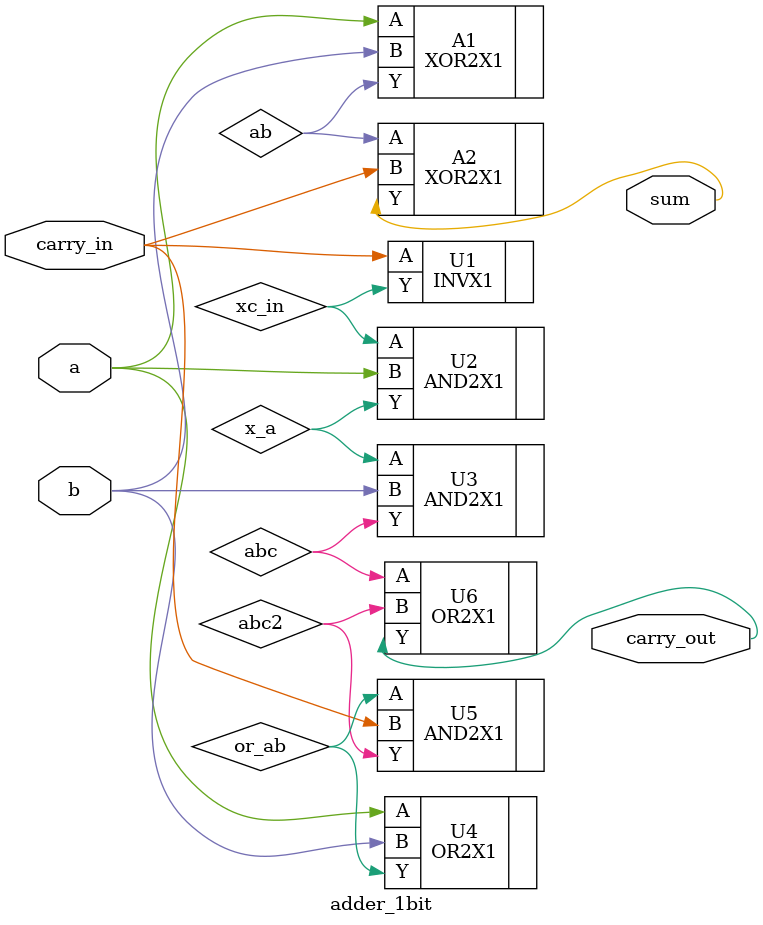
<source format=sv>

module adder_1bit(
  input wire a,
  input wire b,
  input wire carry_in,
  output wire sum,
  output wire carry_out
);

wire ab;

XOR2X1 A1(.A(a), .B(b), .Y(ab));
XOR2X1 A2(.A(ab), .B(carry_in), .Y(sum));

wire xc_in; //not cin
wire abc;
wire or_ab;
wire x_a;
wire abc2;

INVX1 U1(.A(carry_in), .Y(xc_in));
AND2X1 U2(.A(xc_in), .B(a), .Y(x_a));
AND2X1 U3(.A(x_a), .B(b), .Y(abc));
OR2X1 U4(.A(a), .B(b), .Y(or_ab));
AND2X1 U5(.A(or_ab), .B(carry_in), .Y(abc2));
OR2X1 U6(.A(abc), .B(abc2), .Y(carry_out));

endmodule

</source>
